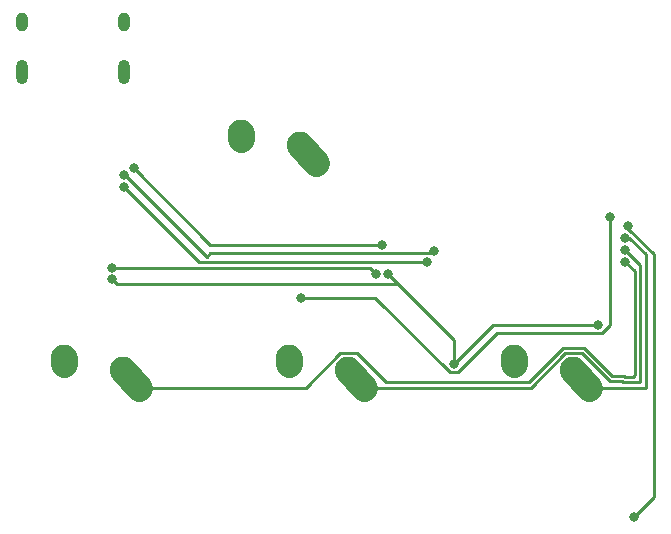
<source format=gbr>
G04 #@! TF.GenerationSoftware,KiCad,Pcbnew,(5.1.4)-1*
G04 #@! TF.CreationDate,2022-10-19T22:43:07-05:00*
G04 #@! TF.ProjectId,MusePad,4d757365-5061-4642-9e6b-696361645f70,rev?*
G04 #@! TF.SameCoordinates,Original*
G04 #@! TF.FileFunction,Copper,L1,Top*
G04 #@! TF.FilePolarity,Positive*
%FSLAX46Y46*%
G04 Gerber Fmt 4.6, Leading zero omitted, Abs format (unit mm)*
G04 Created by KiCad (PCBNEW (5.1.4)-1) date 2022-10-19 22:43:07*
%MOMM*%
%LPD*%
G04 APERTURE LIST*
%ADD10O,1.000000X2.100000*%
%ADD11O,1.000000X1.600000*%
%ADD12C,2.250000*%
%ADD13C,2.250000*%
%ADD14C,0.800000*%
%ADD15C,0.250000*%
G04 APERTURE END LIST*
D10*
X43432000Y-93394000D03*
X52072000Y-93394000D03*
D11*
X43432000Y-89214000D03*
X52072000Y-89214000D03*
D12*
X52030000Y-118682000D03*
X52684999Y-119412000D03*
D13*
X53340000Y-120142000D02*
X52029998Y-118682000D01*
D12*
X46990000Y-117602000D03*
X47010000Y-117892000D03*
D13*
X47030000Y-118182000D02*
X46990000Y-117602000D01*
D12*
X71080000Y-118682000D03*
X71734999Y-119412000D03*
D13*
X72390000Y-120142000D02*
X71079998Y-118682000D01*
D12*
X66040000Y-117602000D03*
X66060000Y-117892000D03*
D13*
X66080000Y-118182000D02*
X66040000Y-117602000D01*
D12*
X67016000Y-99632000D03*
X67670999Y-100362000D03*
D13*
X68326000Y-101092000D02*
X67015998Y-99632000D01*
D12*
X61976000Y-98552000D03*
X61996000Y-98842000D03*
D13*
X62016000Y-99132000D02*
X61976000Y-98552000D01*
D12*
X90130000Y-118682000D03*
X90784999Y-119412000D03*
D13*
X91440000Y-120142000D02*
X90129998Y-118682000D01*
D12*
X85090000Y-117602000D03*
X85110000Y-117892000D03*
D13*
X85130000Y-118182000D02*
X85090000Y-117602000D01*
D14*
X52893982Y-101557378D03*
X73914000Y-108031769D03*
X80010000Y-118110000D03*
X74422000Y-110490000D03*
X51054000Y-110982003D03*
X92202000Y-114808000D03*
X95250000Y-131064000D03*
X94788010Y-106426000D03*
X67056000Y-112522000D03*
X93218000Y-105664000D03*
X94483347Y-107446653D03*
X94488000Y-108458000D03*
X94475349Y-109470654D03*
X52070000Y-103124000D03*
X77724000Y-109511000D03*
X52070000Y-102123997D03*
X78299946Y-108545664D03*
X73406000Y-110490000D03*
X51054000Y-109982000D03*
D15*
X52893982Y-101557378D02*
X59368373Y-108031769D01*
X59368373Y-108031769D02*
X73914000Y-108031769D01*
X80010000Y-118110000D02*
X80010000Y-116078000D01*
X75307998Y-111382002D02*
X75311000Y-111379000D01*
X51453999Y-111382002D02*
X75307998Y-111382002D01*
X51054000Y-110982003D02*
X51453999Y-111382002D01*
X80010000Y-116078000D02*
X75311000Y-111379000D01*
X75311000Y-111379000D02*
X74422000Y-110490000D01*
X80010000Y-118110000D02*
X83058000Y-115062000D01*
X83058000Y-115062000D02*
X83312000Y-114808000D01*
X83312000Y-114808000D02*
X92202000Y-114808000D01*
X96931990Y-129382010D02*
X96931990Y-108869990D01*
X95250000Y-131064000D02*
X96931990Y-129382010D01*
X96931990Y-108869990D02*
X94788010Y-106726010D01*
X94788010Y-106726010D02*
X94788010Y-106426000D01*
X92550001Y-115533001D02*
X93218000Y-114865002D01*
X83660001Y-115533001D02*
X92550001Y-115533001D01*
X80358001Y-118835001D02*
X83660001Y-115533001D01*
X79661999Y-118835001D02*
X80358001Y-118835001D01*
X67056000Y-112522000D02*
X73348998Y-112522000D01*
X73348998Y-112522000D02*
X79661999Y-118835001D01*
X93218000Y-114865002D02*
X93218000Y-105664000D01*
X91440000Y-120142000D02*
X96266000Y-120142000D01*
X96266000Y-120142000D02*
X96266000Y-108840410D01*
X96266000Y-108840410D02*
X94872243Y-107446653D01*
X94872243Y-107446653D02*
X94483347Y-107446653D01*
X90826001Y-117231999D02*
X93218000Y-119623998D01*
X89433999Y-117231999D02*
X90826001Y-117231999D01*
X72390000Y-120142000D02*
X86523998Y-120142000D01*
X86523998Y-120142000D02*
X89433999Y-117231999D01*
X94244002Y-119623998D02*
X94311994Y-119691990D01*
X93218000Y-119623998D02*
X94244002Y-119623998D01*
X95700010Y-119691990D02*
X95758000Y-119634000D01*
X94311994Y-119691990D02*
X95700010Y-119691990D01*
X95758000Y-119634000D02*
X95758000Y-109728000D01*
X95758000Y-109728000D02*
X94488000Y-108458000D01*
X89247599Y-116781989D02*
X91012402Y-116781990D01*
X67473998Y-120142000D02*
X70383999Y-117231999D01*
X53340000Y-120142000D02*
X67473998Y-120142000D01*
X70383999Y-117231999D02*
X71776001Y-117231999D01*
X71776001Y-117231999D02*
X74235992Y-119691990D01*
X74235992Y-119691990D02*
X86337598Y-119691990D01*
X86337598Y-119691990D02*
X89247599Y-116781989D01*
X94430403Y-119173989D02*
X94498394Y-119241980D01*
X91012402Y-116781990D02*
X93404400Y-119173988D01*
X93404400Y-119173988D02*
X94430403Y-119173989D01*
X94498394Y-119241980D02*
X94880020Y-119241980D01*
X95134020Y-119241980D02*
X95307990Y-119068010D01*
X94880020Y-119241980D02*
X95134020Y-119241980D01*
X95307990Y-119068010D02*
X95307990Y-110303295D01*
X95307990Y-110303295D02*
X94475349Y-109470654D01*
X67091002Y-109511000D02*
X77724000Y-109511000D01*
X52070000Y-103124000D02*
X58457000Y-109511000D01*
X58457000Y-109511000D02*
X67091002Y-109511000D01*
X52142999Y-102123997D02*
X59079992Y-109060990D01*
X52070000Y-102123997D02*
X52142999Y-102123997D01*
X78088841Y-108756769D02*
X78299946Y-108545664D01*
X59079992Y-109060990D02*
X59384213Y-108756769D01*
X59384213Y-108756769D02*
X78088841Y-108756769D01*
X73406000Y-110490000D02*
X72898000Y-109982000D01*
X72898000Y-109982000D02*
X51054000Y-109982000D01*
M02*

</source>
